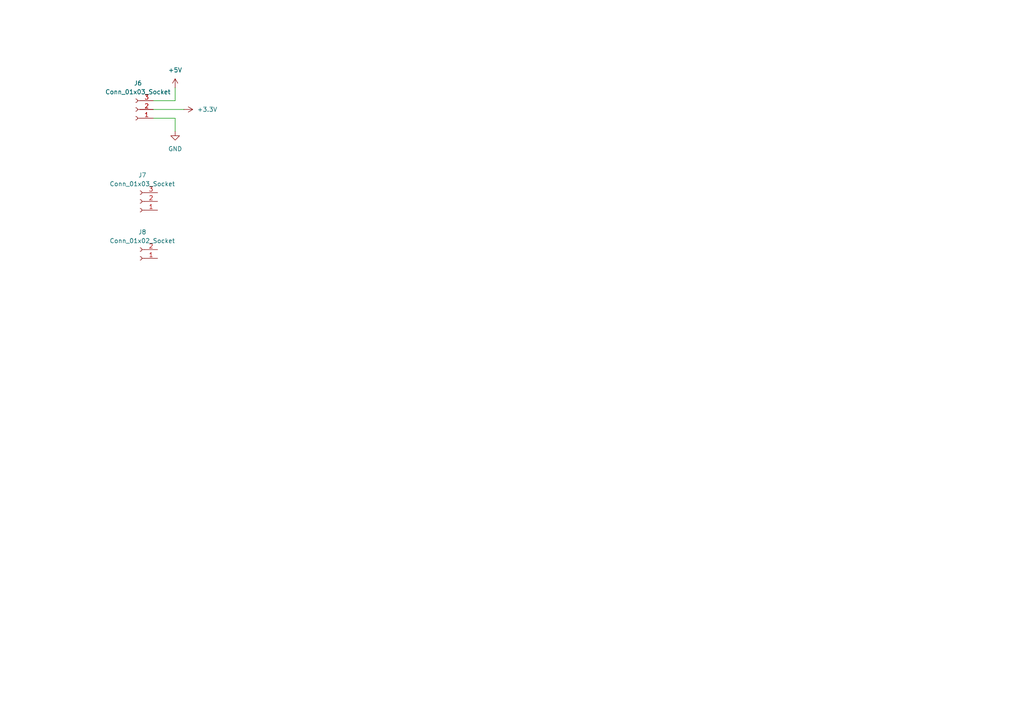
<source format=kicad_sch>
(kicad_sch (version 20250114) (generator "eeschema") (generator_version "9.0")
  (paper "A4")
  (lib_symbols
    (symbol "Connector:Conn_01x02_Socket" (pin_names (offset 1.016) (hide yes))
      (property "Reference" "J" (at 0 2.54 0))
      (property "Value" "Conn_01x02_Socket" (at 0 -5.08 0))
      (symbol "Conn_01x02_Socket_1_1"
        (polyline (pts (xy -1.27 0) (xy -0.508 0)) (stroke (width 0.1524)))
        (polyline (pts (xy -1.27 -2.54) (xy -0.508 -2.54)) (stroke (width 0.1524)))
        (arc (start 0 -0.508) (mid -0.5058 0) (end 0 0.508) (stroke (width 0.1524)))
        (arc (start 0 -3.048) (mid -0.5058 -2.54) (end 0 -2.032) (stroke (width 0.1524)))
        (pin passive line (at -5.08 0 0) (length 3.81) (name "Pin_1") (number "1"))
        (pin passive line (at -5.08 -2.54 0) (length 3.81) (name "Pin_2") (number "2"))
      )
    )
    (symbol "Connector:Conn_01x03_Socket" (pin_names (offset 1.016) (hide yes))
      (property "Reference" "J" (at 0 5.08 0))
      (property "Value" "Conn_01x03_Socket" (at 0 -5.08 0))
      (symbol "Conn_01x03_Socket_1_1"
        (polyline (pts (xy -1.27 2.54) (xy -0.508 2.54)) (stroke (width 0.1524)))
        (polyline (pts (xy -1.27 0) (xy -0.508 0)) (stroke (width 0.1524)))
        (polyline (pts (xy -1.27 -2.54) (xy -0.508 -2.54)) (stroke (width 0.1524)))
        (arc (start 0 2.032) (mid -0.5058 2.54) (end 0 3.048) (stroke (width 0.1524)))
        (arc (start 0 -0.508) (mid -0.5058 0) (end 0 0.508) (stroke (width 0.1524)))
        (arc (start 0 -3.048) (mid -0.5058 -2.54) (end 0 -2.032) (stroke (width 0.1524)))
        (pin passive line (at -5.08 2.54 0) (length 3.81) (name "Pin_1") (number "1"))
        (pin passive line (at -5.08 0 0) (length 3.81) (name "Pin_2") (number "2"))
        (pin passive line (at -5.08 -2.54 0) (length 3.81) (name "Pin_3") (number "3"))
      )
    )
    (symbol "power:+3.3V" (power) (pin_numbers (hide yes)) (pin_names (offset 0) (hide yes))
      (property "Value" "+3.3V" (at 0 3.556 0))
      (symbol "+3.3V_0_1"
        (polyline (pts (xy -0.762 1.27) (xy 0 2.54)))
        (polyline (pts (xy 0 2.54) (xy 0.762 1.27)))
        (polyline (pts (xy 0 0) (xy 0 2.54)))
      )
      (symbol "+3.3V_1_1"
        (pin power_in line (at 0 0 90) (length 0) (name "~") (number "1"))
      )
    )
    (symbol "power:+5V" (power) (pin_numbers (hide yes)) (pin_names (offset 0) (hide yes))
      (property "Value" "+5V" (at 0 3.556 0))
      (symbol "+5V_0_1"
        (polyline (pts (xy -0.762 1.27) (xy 0 2.54)))
        (polyline (pts (xy 0 2.54) (xy 0.762 1.27)))
        (polyline (pts (xy 0 0) (xy 0 2.54)))
      )
      (symbol "+5V_1_1"
        (pin power_in line (at 0 0 90) (length 0) (name "~") (number "1"))
      )
    )
    (symbol "power:GND" (power) (pin_numbers (hide yes)) (pin_names (offset 0) (hide yes))
      (property "Value" "GND" (at 0 -3.81 0))
      (symbol "GND_0_1"
        (polyline (pts (xy 0 0) (xy 0 -1.27) (xy 1.27 -1.27) (xy 0 -2.54) (xy -1.27 -1.27) (xy 0 -1.27)))
      )
      (symbol "GND_1_1"
        (pin power_in line (at 0 0 270) (length 0) (name "~") (number "1"))
      )
    )
  )
  (wire (pts (xy 44.45 34.29) (xy 50.8 34.29)))
  (wire (pts (xy 50.8 34.29) (xy 50.8 38.1)))
  (wire (pts (xy 50.8 25.4) (xy 50.8 29.21)))
  (wire (pts (xy 44.45 29.21) (xy 50.8 29.21)))
  (wire (pts (xy 44.45 31.75) (xy 53.34 31.75)))
  (symbol (lib_id "Connector:Conn_01x02_Socket") (at 40.64 74.93 180) (unit 1)
    (property "Reference" "J" (at 41.275 67.31 0))
    (property "Value" "Conn_01x02_Socket" (at 41.275 69.85 0))
    (property "Description" "Generic connector, single row, 01x02, script generated" (effects (hide yes)))
    (instances (project "payload_board" (path "" (reference "J8") (unit 1))))
  )
  (symbol (lib_id "Connector:Conn_01x03_Socket") (at 40.64 58.42 180) (unit 1)
    (property "Reference" "J5" (at 41.275 50.8 0))
    (property "Value" "Conn_01x03_Socket" (at 41.275 53.34 0))
    (property "Description" "Generic connector, single row, 01x03, script generated" (effects (hide yes)))
    (instances (project "payload_board" (path "" (reference "J7") (unit 1)) (path "" (reference "J5") (unit 1))))
  )
  (symbol (lib_id "Connector:Conn_01x03_Socket") (at 39.37 31.75 180) (unit 1)
    (property "Reference" "J" (at 40.005 24.13 0))
    (property "Value" "Conn_01x03_Socket" (at 40.005 26.67 0))
    (property "Description" "Generic connector, single row, 01x03, script generated" (effects (hide yes)))
    (instances (project "payload_board" (path "" (reference "J6") (unit 1))))
  )
  (symbol (lib_id "power:+3.3V") (at 53.34 31.75 270) (unit 1)
    (property "Reference" "#PWR" (effects (hide yes)))
    (property "Value" "+3.3V" (at 57.15 31.7499 90) (effects (justify left)))
    (property "Description" "Power symbol creates a global label with name \"+3.3V\"" (effects (hide yes)))
    (instances (project "payload_board" (path "" (reference "#PWR040") (unit 1))))
  )
  (symbol (lib_id "power:GND") (at 50.8 38.1 0) (unit 1)
    (property "Reference" "#PWR" (effects (hide yes)))
    (property "Value" "GND" (at 50.8 43.18 0))
    (property "Description" "Power symbol creates a global label with name \"GND\" , ground" (effects (hide yes)))
    (instances (project "payload_board" (path "" (reference "#PWR039") (unit 1))))
  )
  (symbol (lib_id "power:+5V") (at 50.8 25.4 0) (unit 1)
    (property "Reference" "#PWR" (effects (hide yes)))
    (property "Value" "+5V" (at 50.8 20.32 0))
    (property "Description" "Power symbol creates a global label with name \"+5V\"" (effects (hide yes)))
    (instances (project "payload_board" (path "" (reference "#PWR020") (unit 1))))
  )
)
</source>
